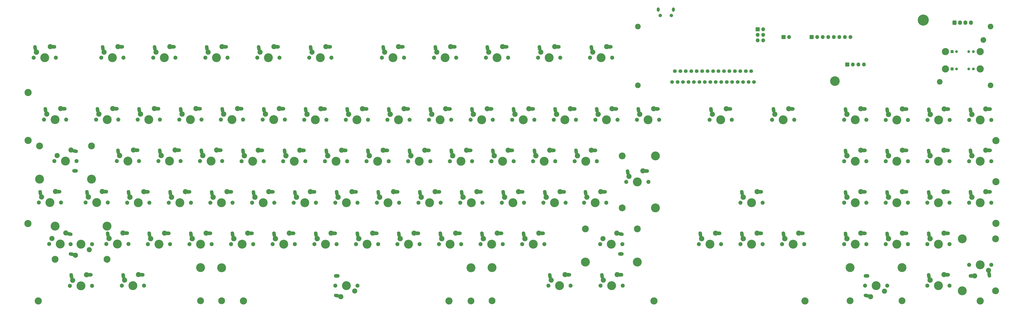
<source format=gbs>
%TF.GenerationSoftware,KiCad,Pcbnew,8.0.5*%
%TF.CreationDate,2025-03-31T08:28:51+02:00*%
%TF.ProjectId,A500KB,41353030-4b42-42e6-9b69-6361645f7063,5a*%
%TF.SameCoordinates,Original*%
%TF.FileFunction,Soldermask,Bot*%
%TF.FilePolarity,Negative*%
%FSLAX46Y46*%
G04 Gerber Fmt 4.6, Leading zero omitted, Abs format (unit mm)*
G04 Created by KiCad (PCBNEW 8.0.5) date 2025-03-31 08:28:51*
%MOMM*%
%LPD*%
G01*
G04 APERTURE LIST*
G04 Aperture macros list*
%AMRoundRect*
0 Rectangle with rounded corners*
0 $1 Rounding radius*
0 $2 $3 $4 $5 $6 $7 $8 $9 X,Y pos of 4 corners*
0 Add a 4 corners polygon primitive as box body*
4,1,4,$2,$3,$4,$5,$6,$7,$8,$9,$2,$3,0*
0 Add four circle primitives for the rounded corners*
1,1,$1+$1,$2,$3*
1,1,$1+$1,$4,$5*
1,1,$1+$1,$6,$7*
1,1,$1+$1,$8,$9*
0 Add four rect primitives between the rounded corners*
20,1,$1+$1,$2,$3,$4,$5,0*
20,1,$1+$1,$4,$5,$6,$7,0*
20,1,$1+$1,$6,$7,$8,$9,0*
20,1,$1+$1,$8,$9,$2,$3,0*%
%AMHorizOval*
0 Thick line with rounded ends*
0 $1 width*
0 $2 $3 position (X,Y) of the first rounded end (center of the circle)*
0 $4 $5 position (X,Y) of the second rounded end (center of the circle)*
0 Add line between two ends*
20,1,$1,$2,$3,$4,$5,0*
0 Add two circle primitives to create the rounded ends*
1,1,$1,$2,$3*
1,1,$1,$4,$5*%
G04 Aperture macros list end*
%ADD10C,1.850000*%
%ADD11C,4.087800*%
%ADD12C,3.148000*%
%ADD13HorizOval,1.624000X0.086824X-0.492404X-0.086824X0.492404X0*%
%ADD14C,2.350000*%
%ADD15O,2.624000X1.624000*%
%ADD16O,2.350000X2.350000*%
%ADD17C,2.450000*%
%ADD18HorizOval,1.624000X0.490814X-0.095404X-0.490814X0.095404X0*%
%ADD19HorizOval,1.624000X-0.490814X0.095404X0.490814X-0.095404X0*%
%ADD20HorizOval,1.624000X-0.086824X0.492404X0.086824X-0.492404X0*%
%ADD21RoundRect,0.050000X-0.850000X-0.850000X0.850000X-0.850000X0.850000X0.850000X-0.850000X0.850000X0*%
%ADD22O,1.800000X1.800000*%
%ADD23RoundRect,0.050000X0.850000X-0.850000X0.850000X0.850000X-0.850000X0.850000X-0.850000X-0.850000X0*%
%ADD24C,3.300000*%
%ADD25C,1.700000*%
%ADD26C,2.600000*%
%ADD27C,4.400000*%
%ADD28O,1.300000X2.000000*%
%ADD29C,1.550000*%
%ADD30C,3.000000*%
%ADD31C,5.100000*%
%ADD32RoundRect,0.264706X-0.635294X-0.760294X0.635294X-0.760294X0.635294X0.760294X-0.635294X0.760294X0*%
%ADD33O,1.800000X2.050000*%
%ADD34RoundRect,0.050000X-0.600000X-0.600000X0.600000X-0.600000X0.600000X0.600000X-0.600000X0.600000X0*%
%ADD35C,1.300000*%
G04 APERTURE END LIST*
D10*
%TO.C,MX70*%
X282556400Y-312826600D03*
D11*
X287636400Y-312826600D03*
D10*
X292716400Y-312826600D03*
D12*
X299967400Y-291359600D03*
X299967400Y-315235600D03*
D10*
X301872400Y-303297600D03*
D11*
X306952400Y-303297600D03*
D10*
X312032400Y-303297600D03*
D11*
X315207400Y-291359600D03*
X315207400Y-315235600D03*
D13*
X302539224Y-298790004D03*
D14*
X303142400Y-300757600D03*
X309492400Y-298217600D03*
D15*
X310952400Y-298297600D03*
D13*
X283223224Y-308319004D03*
D16*
X283826400Y-310286600D03*
D14*
X290176400Y-307746600D03*
D15*
X291636400Y-307826600D03*
%TD*%
D10*
%TO.C,MX1*%
X30378400Y-246227600D03*
D11*
X35458400Y-246227600D03*
D10*
X40538400Y-246227600D03*
D13*
X31045224Y-241720004D03*
D17*
X31648400Y-243687600D03*
D14*
X37998400Y-241147600D03*
D15*
X39458400Y-241227600D03*
%TD*%
D10*
%TO.C,MX2*%
X35153600Y-274675600D03*
D11*
X40233600Y-274675600D03*
D10*
X45313600Y-274675600D03*
D13*
X35820424Y-270168004D03*
D14*
X36423600Y-272135600D03*
X42773600Y-269595600D03*
D15*
X44233600Y-269675600D03*
%TD*%
D10*
%TO.C,MX4*%
X32744800Y-312797200D03*
D11*
X37824800Y-312797200D03*
D10*
X42904800Y-312797200D03*
D13*
X33411624Y-308289604D03*
D14*
X34014800Y-310257200D03*
X40364800Y-307717200D03*
D15*
X41824800Y-307797200D03*
%TD*%
D10*
%TO.C,MX6*%
X47011200Y-350998800D03*
D11*
X52091200Y-350998800D03*
D10*
X57171200Y-350998800D03*
D13*
X47678024Y-346491204D03*
D14*
X48281200Y-348458800D03*
X54631200Y-345918800D03*
D15*
X56091200Y-345998800D03*
%TD*%
D10*
%TO.C,MX8*%
X59029600Y-274675600D03*
D11*
X64109600Y-274675600D03*
D10*
X69189600Y-274675600D03*
D13*
X59696424Y-270168004D03*
D17*
X60299600Y-272135600D03*
D14*
X66649600Y-269595600D03*
D15*
X68109600Y-269675600D03*
%TD*%
D10*
%TO.C,MX10*%
X54182400Y-312797200D03*
D11*
X59262400Y-312797200D03*
D10*
X64342400Y-312797200D03*
D13*
X54849224Y-308289604D03*
D17*
X55452400Y-310257200D03*
D14*
X61802400Y-307717200D03*
D15*
X63262400Y-307797200D03*
%TD*%
D10*
%TO.C,MX12*%
X70815200Y-350977200D03*
D11*
X75895200Y-350977200D03*
D10*
X80975200Y-350977200D03*
D13*
X71482024Y-346469604D03*
D14*
X72085200Y-348437200D03*
X78435200Y-345897200D03*
D15*
X79895200Y-345977200D03*
%TD*%
D10*
%TO.C,MX13*%
X85191600Y-246227600D03*
D11*
X90271600Y-246227600D03*
D10*
X95351600Y-246227600D03*
D13*
X85858424Y-241720004D03*
D14*
X86461600Y-243687600D03*
X92811600Y-241147600D03*
D15*
X94271600Y-241227600D03*
%TD*%
D10*
%TO.C,MX14*%
X78079600Y-274675600D03*
D11*
X83159600Y-274675600D03*
D10*
X88239600Y-274675600D03*
D13*
X78746424Y-270168004D03*
D17*
X79349600Y-272135600D03*
D14*
X85699600Y-269595600D03*
D15*
X87159600Y-269675600D03*
%TD*%
D10*
%TO.C,MX16*%
X73253600Y-312826400D03*
D11*
X78333600Y-312826400D03*
D10*
X83413600Y-312826400D03*
D13*
X73920424Y-308318804D03*
D17*
X74523600Y-310286400D03*
D14*
X80873600Y-307746400D03*
D15*
X82333600Y-307826400D03*
%TD*%
D10*
%TO.C,MX17*%
X82753200Y-331876400D03*
D11*
X87833200Y-331876400D03*
D10*
X92913200Y-331876400D03*
D13*
X83420024Y-327368804D03*
D17*
X84023200Y-329336400D03*
D14*
X90373200Y-326796400D03*
D15*
X91833200Y-326876400D03*
%TD*%
D10*
%TO.C,MX18*%
X109016800Y-246227600D03*
D11*
X114096800Y-246227600D03*
D10*
X119176800Y-246227600D03*
D13*
X109683624Y-241720004D03*
D14*
X110286800Y-243687600D03*
X116636800Y-241147600D03*
D15*
X118096800Y-241227600D03*
%TD*%
D10*
%TO.C,MX19*%
X97129600Y-274675600D03*
D11*
X102209600Y-274675600D03*
D10*
X107289600Y-274675600D03*
D13*
X97796424Y-270168004D03*
D17*
X98399600Y-272135600D03*
D14*
X104749600Y-269595600D03*
D15*
X106209600Y-269675600D03*
%TD*%
D10*
%TO.C,MX20*%
X106578400Y-293751000D03*
D11*
X111658400Y-293751000D03*
D10*
X116738400Y-293751000D03*
D13*
X107245224Y-289243404D03*
D17*
X107848400Y-291211000D03*
D14*
X114198400Y-288671000D03*
D15*
X115658400Y-288751000D03*
%TD*%
D10*
%TO.C,MX21*%
X92303600Y-312826400D03*
D11*
X97383600Y-312826400D03*
D10*
X102463600Y-312826400D03*
D13*
X92970424Y-308318804D03*
D17*
X93573600Y-310286400D03*
D14*
X99923600Y-307746400D03*
D15*
X101383600Y-307826400D03*
%TD*%
D10*
%TO.C,MX22*%
X101803200Y-331876400D03*
D11*
X106883200Y-331876400D03*
D10*
X111963200Y-331876400D03*
D13*
X102470024Y-327368804D03*
D17*
X103073200Y-329336400D03*
D14*
X109423200Y-326796400D03*
D15*
X110883200Y-326876400D03*
%TD*%
D10*
%TO.C,MX23*%
X132842000Y-246227600D03*
D11*
X137922000Y-246227600D03*
D10*
X143002000Y-246227600D03*
D13*
X133508824Y-241720004D03*
D14*
X134112000Y-243687600D03*
X140462000Y-241147600D03*
D15*
X141922000Y-241227600D03*
%TD*%
D10*
%TO.C,MX24*%
X116179600Y-274675600D03*
D11*
X121259600Y-274675600D03*
D10*
X126339600Y-274675600D03*
D13*
X116846424Y-270168004D03*
D17*
X117449600Y-272135600D03*
D14*
X123799600Y-269595600D03*
D15*
X125259600Y-269675600D03*
%TD*%
D10*
%TO.C,MX25*%
X125628400Y-293776400D03*
D11*
X130708400Y-293776400D03*
D10*
X135788400Y-293776400D03*
D13*
X126295224Y-289268804D03*
D17*
X126898400Y-291236400D03*
D14*
X133248400Y-288696400D03*
D15*
X134708400Y-288776400D03*
%TD*%
D10*
%TO.C,MX26*%
X111374800Y-312848000D03*
D11*
X116454800Y-312848000D03*
D10*
X121534800Y-312848000D03*
D13*
X112041624Y-308340404D03*
D17*
X112644800Y-310308000D03*
D14*
X118994800Y-307768000D03*
D15*
X120454800Y-307848000D03*
%TD*%
D10*
%TO.C,MX27*%
X120853200Y-331876400D03*
D11*
X125933200Y-331876400D03*
D10*
X131013200Y-331876400D03*
D13*
X121520024Y-327368804D03*
D17*
X122123200Y-329336400D03*
D14*
X128473200Y-326796400D03*
D15*
X129933200Y-326876400D03*
%TD*%
D10*
%TO.C,MX28*%
X156667200Y-246227600D03*
D11*
X161747200Y-246227600D03*
D10*
X166827200Y-246227600D03*
D13*
X157334024Y-241720004D03*
D14*
X157937200Y-243687600D03*
X164287200Y-241147600D03*
D15*
X165747200Y-241227600D03*
%TD*%
D10*
%TO.C,MX30*%
X144678400Y-293776400D03*
D11*
X149758400Y-293776400D03*
D10*
X154838400Y-293776400D03*
D13*
X145345224Y-289268804D03*
D17*
X145948400Y-291236400D03*
D14*
X152298400Y-288696400D03*
D15*
X153758400Y-288776400D03*
%TD*%
D10*
%TO.C,MX32*%
X139903200Y-331876400D03*
D11*
X144983200Y-331876400D03*
D10*
X150063200Y-331876400D03*
D13*
X140570024Y-327368804D03*
D17*
X141173200Y-329336400D03*
D14*
X147523200Y-326796400D03*
D15*
X148983200Y-326876400D03*
%TD*%
D10*
%TO.C,MX34*%
X189941200Y-246227600D03*
D11*
X195021200Y-246227600D03*
D10*
X200101200Y-246227600D03*
D13*
X190608024Y-241720004D03*
D14*
X191211200Y-243687600D03*
X197561200Y-241147600D03*
D15*
X199021200Y-241227600D03*
%TD*%
D10*
%TO.C,MX35*%
X154330400Y-274726400D03*
D11*
X159410400Y-274726400D03*
D10*
X164490400Y-274726400D03*
D13*
X154997224Y-270218804D03*
D17*
X155600400Y-272186400D03*
D14*
X161950400Y-269646400D03*
D15*
X163410400Y-269726400D03*
%TD*%
D10*
%TO.C,MX37*%
X149483200Y-312848000D03*
D11*
X154563200Y-312848000D03*
D10*
X159643200Y-312848000D03*
D13*
X150150024Y-308340404D03*
D17*
X150753200Y-310308000D03*
D14*
X157103200Y-307768000D03*
D15*
X158563200Y-307848000D03*
%TD*%
D10*
%TO.C,MX38*%
X159004000Y-331876400D03*
D11*
X164084000Y-331876400D03*
D10*
X169164000Y-331876400D03*
D13*
X159670824Y-327368804D03*
D17*
X160274000Y-329336400D03*
D14*
X166624000Y-326796400D03*
D15*
X168084000Y-326876400D03*
%TD*%
D10*
%TO.C,MX39*%
X213766400Y-246227600D03*
D11*
X218846400Y-246227600D03*
D10*
X223926400Y-246227600D03*
D13*
X214433224Y-241720004D03*
D14*
X215036400Y-243687600D03*
X221386400Y-241147600D03*
D15*
X222846400Y-241227600D03*
%TD*%
D10*
%TO.C,MX40*%
X173380400Y-274726400D03*
D11*
X178460400Y-274726400D03*
D10*
X183540400Y-274726400D03*
D13*
X174047224Y-270218804D03*
D17*
X174650400Y-272186400D03*
D14*
X181000400Y-269646400D03*
D15*
X182460400Y-269726400D03*
%TD*%
D10*
%TO.C,MX41*%
X182880000Y-293776400D03*
D11*
X187960000Y-293776400D03*
D10*
X193040000Y-293776400D03*
D13*
X183546824Y-289268804D03*
D17*
X184150000Y-291236400D03*
D14*
X190500000Y-288696400D03*
D15*
X191960000Y-288776400D03*
%TD*%
D10*
%TO.C,MX42*%
X168554400Y-312826400D03*
D11*
X173634400Y-312826400D03*
D10*
X178714400Y-312826400D03*
D13*
X169221224Y-308318804D03*
D17*
X169824400Y-310286400D03*
D14*
X176174400Y-307746400D03*
D15*
X177634400Y-307826400D03*
%TD*%
D10*
%TO.C,MX43*%
X178032800Y-331876400D03*
D11*
X183112800Y-331876400D03*
D10*
X188192800Y-331876400D03*
D13*
X178699624Y-327368804D03*
D17*
X179302800Y-329336400D03*
D14*
X185652800Y-326796400D03*
D15*
X187112800Y-326876400D03*
%TD*%
D10*
%TO.C,MX45*%
X192430400Y-274726400D03*
D11*
X197510400Y-274726400D03*
D10*
X202590400Y-274726400D03*
D13*
X193097224Y-270218804D03*
D17*
X193700400Y-272186400D03*
D14*
X200050400Y-269646400D03*
D15*
X201510400Y-269726400D03*
%TD*%
D10*
%TO.C,MX46*%
X201930000Y-293776400D03*
D11*
X207010000Y-293776400D03*
D10*
X212090000Y-293776400D03*
D13*
X202596824Y-289268804D03*
D17*
X203200000Y-291236400D03*
D14*
X209550000Y-288696400D03*
D15*
X211010000Y-288776400D03*
%TD*%
D10*
%TO.C,MX47*%
X187604400Y-312826400D03*
D11*
X192684400Y-312826400D03*
D10*
X197764400Y-312826400D03*
D13*
X188271224Y-308318804D03*
D17*
X188874400Y-310286400D03*
D14*
X195224400Y-307746400D03*
D15*
X196684400Y-307826400D03*
%TD*%
D10*
%TO.C,MX49*%
X261438000Y-246249200D03*
D11*
X266518000Y-246249200D03*
D10*
X271598000Y-246249200D03*
D13*
X262104824Y-241741604D03*
D14*
X262708000Y-243709200D03*
X269058000Y-241169200D03*
D15*
X270518000Y-241249200D03*
%TD*%
D10*
%TO.C,MX50*%
X211531200Y-274726400D03*
D11*
X216611200Y-274726400D03*
D10*
X221691200Y-274726400D03*
D13*
X212198024Y-270218804D03*
D17*
X212801200Y-272186400D03*
D14*
X219151200Y-269646400D03*
D15*
X220611200Y-269726400D03*
%TD*%
D10*
%TO.C,MX51*%
X221030800Y-293776400D03*
D11*
X226110800Y-293776400D03*
D10*
X231190800Y-293776400D03*
D13*
X221697624Y-289268804D03*
D17*
X222300800Y-291236400D03*
D14*
X228650800Y-288696400D03*
D15*
X230110800Y-288776400D03*
%TD*%
D10*
%TO.C,MX52*%
X206705200Y-312826400D03*
D11*
X211785200Y-312826400D03*
D10*
X216865200Y-312826400D03*
D13*
X207372024Y-308318804D03*
D17*
X207975200Y-310286400D03*
D14*
X214325200Y-307746400D03*
D15*
X215785200Y-307826400D03*
%TD*%
D10*
%TO.C,MX53*%
X216103200Y-331876400D03*
D11*
X221183200Y-331876400D03*
D10*
X226263200Y-331876400D03*
D13*
X216770024Y-327368804D03*
D17*
X217373200Y-329336400D03*
D14*
X223723200Y-326796400D03*
D15*
X225183200Y-326876400D03*
%TD*%
D10*
%TO.C,MX54*%
X285242000Y-246227600D03*
D11*
X290322000Y-246227600D03*
D10*
X295402000Y-246227600D03*
D13*
X285908824Y-241720004D03*
D14*
X286512000Y-243687600D03*
X292862000Y-241147600D03*
D15*
X294322000Y-241227600D03*
%TD*%
D10*
%TO.C,MX55*%
X230581200Y-274726400D03*
D11*
X235661200Y-274726400D03*
D10*
X240741200Y-274726400D03*
D13*
X231248024Y-270218804D03*
D17*
X231851200Y-272186400D03*
D14*
X238201200Y-269646400D03*
D15*
X239661200Y-269726400D03*
%TD*%
D10*
%TO.C,MX56*%
X240080800Y-293776400D03*
D11*
X245160800Y-293776400D03*
D10*
X250240800Y-293776400D03*
D13*
X240747624Y-289268804D03*
D17*
X241350800Y-291236400D03*
D14*
X247700800Y-288696400D03*
D15*
X249160800Y-288776400D03*
%TD*%
D10*
%TO.C,MX57*%
X225806000Y-312826400D03*
D11*
X230886000Y-312826400D03*
D10*
X235966000Y-312826400D03*
D13*
X226472824Y-308318804D03*
D17*
X227076000Y-310286400D03*
D14*
X233426000Y-307746400D03*
D15*
X234886000Y-307826400D03*
%TD*%
D10*
%TO.C,MX58*%
X235153200Y-331876400D03*
D11*
X240233200Y-331876400D03*
D10*
X245313200Y-331876400D03*
D13*
X235820024Y-327368804D03*
D17*
X236423200Y-329336400D03*
D14*
X242773200Y-326796400D03*
D15*
X244233200Y-326876400D03*
%TD*%
D10*
%TO.C,MX59*%
X266221600Y-350948000D03*
D11*
X271301600Y-350948000D03*
D10*
X276381600Y-350948000D03*
D13*
X266888424Y-346440404D03*
D14*
X267491600Y-348408000D03*
X273841600Y-345868000D03*
D15*
X275301600Y-345948000D03*
%TD*%
D10*
%TO.C,MX60*%
X249631200Y-274726400D03*
D11*
X254711200Y-274726400D03*
D10*
X259791200Y-274726400D03*
D13*
X250298024Y-270218804D03*
D17*
X250901200Y-272186400D03*
D14*
X257251200Y-269646400D03*
D15*
X258711200Y-269726400D03*
%TD*%
D10*
%TO.C,MX61*%
X259130800Y-293776400D03*
D11*
X264210800Y-293776400D03*
D10*
X269290800Y-293776400D03*
D13*
X259797624Y-289268804D03*
D17*
X260400800Y-291236400D03*
D14*
X266750800Y-288696400D03*
D15*
X268210800Y-288776400D03*
%TD*%
D10*
%TO.C,MX62*%
X244856000Y-312826400D03*
D11*
X249936000Y-312826400D03*
D10*
X255016000Y-312826400D03*
D13*
X245522824Y-308318804D03*
D17*
X246126000Y-310286400D03*
D14*
X252476000Y-307746400D03*
D15*
X253936000Y-307826400D03*
%TD*%
D10*
%TO.C,MX63*%
X254203200Y-331876400D03*
D11*
X259283200Y-331876400D03*
D10*
X264363200Y-331876400D03*
D13*
X254870024Y-327368804D03*
D17*
X255473200Y-329336400D03*
D14*
X261823200Y-326796400D03*
D15*
X263283200Y-326876400D03*
%TD*%
D10*
%TO.C,MX64*%
X290097600Y-350948000D03*
D11*
X295177600Y-350948000D03*
D10*
X300257600Y-350948000D03*
D13*
X290764424Y-346440404D03*
D14*
X291367600Y-348408000D03*
X297717600Y-345868000D03*
D15*
X299177600Y-345948000D03*
%TD*%
D10*
%TO.C,MX65*%
X268681200Y-274726400D03*
D11*
X273761200Y-274726400D03*
D10*
X278841200Y-274726400D03*
D13*
X269348024Y-270218804D03*
D17*
X269951200Y-272186400D03*
D14*
X276301200Y-269646400D03*
D15*
X277761200Y-269726400D03*
%TD*%
D10*
%TO.C,MX67*%
X263906000Y-312826400D03*
D11*
X268986000Y-312826400D03*
D10*
X274066000Y-312826400D03*
D13*
X264572824Y-308318804D03*
D17*
X265176000Y-310286400D03*
D14*
X271526000Y-307746400D03*
D15*
X272986000Y-307826400D03*
%TD*%
D12*
%TO.C,MX68*%
X283089350Y-324891400D03*
D11*
X283089350Y-340131400D03*
D10*
X289915600Y-331876400D03*
D11*
X294995600Y-331876400D03*
D10*
X300075600Y-331876400D03*
D12*
X306901850Y-324891400D03*
D11*
X306901850Y-340131400D03*
D14*
X291185600Y-329336400D03*
D15*
X299345600Y-336376400D03*
D14*
X297535600Y-326796400D03*
D18*
X299354786Y-327280996D03*
%TD*%
D10*
%TO.C,MX69*%
X287731200Y-274726400D03*
D11*
X292811200Y-274726400D03*
D10*
X297891200Y-274726400D03*
D13*
X288398024Y-270218804D03*
D17*
X289001200Y-272186400D03*
D14*
X295351200Y-269646400D03*
D15*
X296811200Y-269726400D03*
%TD*%
D10*
%TO.C,MX72*%
X306781200Y-274726400D03*
D11*
X311861200Y-274726400D03*
D10*
X316941200Y-274726400D03*
D13*
X307448024Y-270218804D03*
D17*
X308051200Y-272186400D03*
D14*
X314401200Y-269646400D03*
D15*
X315861200Y-269726400D03*
%TD*%
D10*
%TO.C,MX73*%
X340034000Y-274726400D03*
D11*
X345114000Y-274726400D03*
D10*
X350194000Y-274726400D03*
D13*
X340700824Y-270218804D03*
D14*
X341304000Y-272186400D03*
X347654000Y-269646400D03*
D15*
X349114000Y-269726400D03*
%TD*%
D10*
%TO.C,MX74*%
X335076800Y-331876400D03*
D11*
X340156800Y-331876400D03*
D10*
X345236800Y-331876400D03*
D13*
X335743624Y-327368804D03*
D17*
X336346800Y-329336400D03*
D14*
X342696800Y-326796400D03*
D15*
X344156800Y-326876400D03*
%TD*%
D10*
%TO.C,MX75*%
X354126800Y-312826400D03*
D11*
X359206800Y-312826400D03*
D10*
X364286800Y-312826400D03*
D13*
X354793624Y-308318804D03*
D17*
X355396800Y-310286400D03*
D14*
X361746800Y-307746400D03*
D15*
X363206800Y-307826400D03*
%TD*%
D10*
%TO.C,MX76*%
X354156400Y-331876400D03*
D11*
X359236400Y-331876400D03*
D10*
X364316400Y-331876400D03*
D13*
X354823224Y-327368804D03*
D17*
X355426400Y-329336400D03*
D14*
X361776400Y-326796400D03*
D15*
X363236400Y-326876400D03*
%TD*%
D10*
%TO.C,MX77*%
X368634400Y-274726400D03*
D11*
X373714400Y-274726400D03*
D10*
X378794400Y-274726400D03*
D13*
X369301224Y-270218804D03*
D14*
X369904400Y-272186400D03*
X376254400Y-269646400D03*
D15*
X377714400Y-269726400D03*
%TD*%
D10*
%TO.C,MX78*%
X373176800Y-331876400D03*
D11*
X378256800Y-331876400D03*
D10*
X383336800Y-331876400D03*
D13*
X373843624Y-327368804D03*
D17*
X374446800Y-329336400D03*
D14*
X380796800Y-326796400D03*
D15*
X382256800Y-326876400D03*
%TD*%
D10*
%TO.C,MX79*%
X401624800Y-274777200D03*
D11*
X406704800Y-274777200D03*
D10*
X411784800Y-274777200D03*
D13*
X402291624Y-270269604D03*
D17*
X402894800Y-272237200D03*
D14*
X409244800Y-269697200D03*
D15*
X410704800Y-269777200D03*
%TD*%
D10*
%TO.C,MX80*%
X401624800Y-293827200D03*
D11*
X406704800Y-293827200D03*
D10*
X411784800Y-293827200D03*
D13*
X402291624Y-289319604D03*
D17*
X402894800Y-291287200D03*
D14*
X409244800Y-288747200D03*
D15*
X410704800Y-288827200D03*
%TD*%
D10*
%TO.C,MX81*%
X401624800Y-312877200D03*
D11*
X406704800Y-312877200D03*
D10*
X411784800Y-312877200D03*
D13*
X402291624Y-308369604D03*
D17*
X402894800Y-310337200D03*
D14*
X409244800Y-307797200D03*
D15*
X410704800Y-307877200D03*
%TD*%
D10*
%TO.C,MX82*%
X401654400Y-331898000D03*
D11*
X406734400Y-331898000D03*
D10*
X411814400Y-331898000D03*
D13*
X402321224Y-327390404D03*
D17*
X402924400Y-329358000D03*
D14*
X409274400Y-326818000D03*
D15*
X410734400Y-326898000D03*
%TD*%
D12*
%TO.C,MX83*%
X428180500Y-357936800D03*
D11*
X428180500Y-342696800D03*
D10*
X421354250Y-350951800D03*
D11*
X416274250Y-350951800D03*
D10*
X411194250Y-350951800D03*
D12*
X404368000Y-357936800D03*
D11*
X404368000Y-342696800D03*
D14*
X420084250Y-353491800D03*
D15*
X411924250Y-346451800D03*
D14*
X413734250Y-356031800D03*
D19*
X411915064Y-355547204D03*
%TD*%
D10*
%TO.C,MX85*%
X420674800Y-293827200D03*
D11*
X425754800Y-293827200D03*
D10*
X430834800Y-293827200D03*
D13*
X421341624Y-289319604D03*
D17*
X421944800Y-291287200D03*
D14*
X428294800Y-288747200D03*
D15*
X429754800Y-288827200D03*
%TD*%
D10*
%TO.C,MX86*%
X420674800Y-312877200D03*
D11*
X425754800Y-312877200D03*
D10*
X430834800Y-312877200D03*
D13*
X421341624Y-308369604D03*
D17*
X421944800Y-310337200D03*
D14*
X428294800Y-307797200D03*
D15*
X429754800Y-307877200D03*
%TD*%
D10*
%TO.C,MX87*%
X420704400Y-331898000D03*
D11*
X425784400Y-331898000D03*
D10*
X430864400Y-331898000D03*
D13*
X421371224Y-327390404D03*
D17*
X421974400Y-329358000D03*
D14*
X428324400Y-326818000D03*
D15*
X429784400Y-326898000D03*
%TD*%
D10*
%TO.C,MX88*%
X439826400Y-274828000D03*
D11*
X444906400Y-274828000D03*
D10*
X449986400Y-274828000D03*
D13*
X440493224Y-270320404D03*
D17*
X441096400Y-272288000D03*
D14*
X447446400Y-269748000D03*
D15*
X448906400Y-269828000D03*
%TD*%
D10*
%TO.C,MX89*%
X439724800Y-293827200D03*
D11*
X444804800Y-293827200D03*
D10*
X449884800Y-293827200D03*
D13*
X440391624Y-289319604D03*
D17*
X440994800Y-291287200D03*
D14*
X447344800Y-288747200D03*
D15*
X448804800Y-288827200D03*
%TD*%
D10*
%TO.C,MX90*%
X439775600Y-312877200D03*
D11*
X444855600Y-312877200D03*
D10*
X449935600Y-312877200D03*
D13*
X440442424Y-308369604D03*
D17*
X441045600Y-310337200D03*
D14*
X447395600Y-307797200D03*
D15*
X448855600Y-307877200D03*
%TD*%
D10*
%TO.C,MX91*%
X439775600Y-331876400D03*
D11*
X444855600Y-331876400D03*
D10*
X449935600Y-331876400D03*
D13*
X440442424Y-327368804D03*
D17*
X441045600Y-329336400D03*
D14*
X447395600Y-326796400D03*
D15*
X448855600Y-326876400D03*
%TD*%
D10*
%TO.C,MX92*%
X439754400Y-350948000D03*
D11*
X444834400Y-350948000D03*
D10*
X449914400Y-350948000D03*
D13*
X440421224Y-346440404D03*
D17*
X441024400Y-348408000D03*
D14*
X447374400Y-345868000D03*
D15*
X448834400Y-345948000D03*
%TD*%
D10*
%TO.C,MX93*%
X458927200Y-274828000D03*
D11*
X464007200Y-274828000D03*
D10*
X469087200Y-274828000D03*
D13*
X459594024Y-270320404D03*
D17*
X460197200Y-272288000D03*
D14*
X466547200Y-269748000D03*
D15*
X468007200Y-269828000D03*
%TD*%
D10*
%TO.C,MX94*%
X458927200Y-293776400D03*
D11*
X464007200Y-293776400D03*
D10*
X469087200Y-293776400D03*
D13*
X459594024Y-289268804D03*
D17*
X460197200Y-291236400D03*
D14*
X466547200Y-288696400D03*
D15*
X468007200Y-288776400D03*
%TD*%
D10*
%TO.C,MX95*%
X458927200Y-312826400D03*
D11*
X464007200Y-312826400D03*
D10*
X469087200Y-312826400D03*
D13*
X459594024Y-308318804D03*
D17*
X460197200Y-310286400D03*
D14*
X466547200Y-307746400D03*
D15*
X468007200Y-307826400D03*
%TD*%
D12*
%TO.C,MX96*%
X470966800Y-353364800D03*
X470966800Y-329488800D03*
D10*
X469061800Y-341426800D03*
D11*
X463981800Y-341426800D03*
D10*
X458901800Y-341426800D03*
D11*
X455726800Y-353364800D03*
X455726800Y-329488800D03*
D20*
X468144976Y-345934396D03*
D14*
X467791800Y-343966800D03*
X461441800Y-346506800D03*
D15*
X459981800Y-346426800D03*
%TD*%
D10*
%TO.C,MX9*%
X68457200Y-293747200D03*
D11*
X73537200Y-293747200D03*
D10*
X78617200Y-293747200D03*
D13*
X69124024Y-289239604D03*
D17*
X69727200Y-291207200D03*
D14*
X76077200Y-288667200D03*
D15*
X77537200Y-288747200D03*
%TD*%
D10*
%TO.C,MX15*%
X87528400Y-293751000D03*
D11*
X92608400Y-293751000D03*
D10*
X97688400Y-293751000D03*
D13*
X88195224Y-289243404D03*
D17*
X88798400Y-291211000D03*
D14*
X95148400Y-288671000D03*
D15*
X96608400Y-288751000D03*
%TD*%
D10*
%TO.C,MX7*%
X61417200Y-246227600D03*
D11*
X66497200Y-246227600D03*
D10*
X71577200Y-246227600D03*
D13*
X62084024Y-241720004D03*
D14*
X62687200Y-243687600D03*
X69037200Y-241147600D03*
D15*
X70497200Y-241227600D03*
%TD*%
D12*
%TO.C,MX3*%
X33070800Y-286762200D03*
D11*
X33070800Y-302002200D03*
D10*
X39897050Y-293747200D03*
D11*
X44977050Y-293747200D03*
D10*
X50057050Y-293747200D03*
D12*
X56883300Y-286762200D03*
D11*
X56883300Y-302002200D03*
D14*
X41167050Y-291207200D03*
D15*
X49327050Y-298247200D03*
D14*
X47517050Y-288667200D03*
D18*
X49336236Y-289151796D03*
%TD*%
D10*
%TO.C,MX36*%
X163830000Y-293776400D03*
D11*
X168910000Y-293776400D03*
D10*
X173990000Y-293776400D03*
D13*
X164496824Y-289268804D03*
D17*
X165100000Y-291236400D03*
D14*
X171450000Y-288696400D03*
D15*
X172910000Y-288776400D03*
%TD*%
D10*
%TO.C,MX31*%
X130454400Y-312848000D03*
D11*
X135534400Y-312848000D03*
D10*
X140614400Y-312848000D03*
D13*
X131121224Y-308340404D03*
D17*
X131724400Y-310308000D03*
D14*
X138074400Y-307768000D03*
D15*
X139534400Y-307848000D03*
%TD*%
D10*
%TO.C,MX29*%
X135259200Y-274697200D03*
D11*
X140339200Y-274697200D03*
D10*
X145419200Y-274697200D03*
D13*
X135926024Y-270189604D03*
D17*
X136529200Y-272157200D03*
D14*
X142879200Y-269617200D03*
D15*
X144339200Y-269697200D03*
%TD*%
D10*
%TO.C,MX48*%
X197053200Y-331876400D03*
D11*
X202133200Y-331876400D03*
D10*
X207213200Y-331876400D03*
D13*
X197720024Y-327368804D03*
D17*
X198323200Y-329336400D03*
D14*
X204673200Y-326796400D03*
D15*
X206133200Y-326876400D03*
%TD*%
D10*
%TO.C,MX66*%
X278180800Y-293776400D03*
D11*
X283260800Y-293776400D03*
D10*
X288340800Y-293776400D03*
D13*
X278847624Y-289268804D03*
D17*
X279450800Y-291236400D03*
D14*
X285800800Y-288696400D03*
D15*
X287260800Y-288776400D03*
%TD*%
D10*
%TO.C,MX84*%
X420725600Y-274828000D03*
D11*
X425805600Y-274828000D03*
D10*
X430885600Y-274828000D03*
D13*
X421392424Y-270320404D03*
D17*
X421995600Y-272288000D03*
D14*
X428345600Y-269748000D03*
D15*
X429805600Y-269828000D03*
%TD*%
D10*
%TO.C,MX44*%
X237591600Y-246227600D03*
D11*
X242671600Y-246227600D03*
D10*
X247751600Y-246227600D03*
D13*
X238258424Y-241720004D03*
D14*
X238861600Y-243687600D03*
X245211600Y-241147600D03*
D15*
X246671600Y-241227600D03*
%TD*%
D12*
%TO.C,MX33*%
X240384000Y-357936800D03*
D11*
X240384000Y-342696800D03*
D12*
X230709000Y-357951800D03*
D11*
X230709000Y-342751800D03*
D10*
X178689000Y-350951800D03*
D11*
X173609000Y-350951800D03*
D10*
X168529000Y-350951800D03*
D12*
X116534000Y-357936800D03*
D11*
X116534000Y-342746800D03*
D12*
X106834000Y-357936800D03*
D11*
X106834000Y-342696800D03*
D14*
X177469000Y-353441800D03*
D15*
X169259000Y-346451800D03*
D14*
X171069000Y-356031800D03*
D19*
X169249814Y-355547204D03*
%TD*%
D21*
%TO.C,J3*%
X362060000Y-233150000D03*
D22*
X364600000Y-233150000D03*
X362060000Y-235690000D03*
X364600000Y-235690000D03*
X362060000Y-238230000D03*
X364600000Y-238230000D03*
%TD*%
D23*
%TO.C,J4*%
X386720000Y-236750000D03*
D22*
X389260000Y-236750000D03*
X391800000Y-236750000D03*
X394340000Y-236750000D03*
X396880000Y-236750000D03*
X399420000Y-236750000D03*
X401960000Y-236750000D03*
X404500000Y-236750000D03*
%TD*%
D23*
%TO.C,J5*%
X373860000Y-236750000D03*
D22*
X376400000Y-236750000D03*
%TD*%
D24*
%TO.C,H5*%
X27850000Y-284200000D03*
%TD*%
%TO.C,H6*%
X27850000Y-262200000D03*
%TD*%
%TO.C,H7*%
X27800000Y-322400000D03*
%TD*%
%TO.C,H8*%
X314500000Y-358000000D03*
%TD*%
%TO.C,H9*%
X383700000Y-358000000D03*
%TD*%
%TO.C,H10*%
X471200000Y-284300000D03*
%TD*%
%TO.C,H11*%
X471200000Y-303200000D03*
%TD*%
D25*
%TO.C,J1*%
X322850000Y-257400000D03*
X324100000Y-252400000D03*
X325350000Y-257400000D03*
X326600000Y-252400000D03*
X327850000Y-257400000D03*
X329100000Y-252400000D03*
X330350000Y-257400000D03*
X331600000Y-252400000D03*
X332850000Y-257400000D03*
X334100000Y-252400000D03*
X335350000Y-257400000D03*
X336600000Y-252400000D03*
X337850000Y-257400000D03*
X339100000Y-252400000D03*
X340350000Y-257400000D03*
X341600000Y-252400000D03*
X342850000Y-257400000D03*
X344100000Y-252400000D03*
X345350000Y-257400000D03*
X346600000Y-252400000D03*
X347850000Y-257400000D03*
X349100000Y-252400000D03*
X350350000Y-257400000D03*
X351600000Y-252400000D03*
X352850000Y-257400000D03*
X354100000Y-252400000D03*
X355350000Y-257400000D03*
X356600000Y-252400000D03*
X357850000Y-257400000D03*
X359100000Y-252400000D03*
X360350000Y-257400000D03*
%TD*%
D24*
%TO.C,H12*%
X471200000Y-322350000D03*
%TD*%
%TO.C,H13*%
X32500000Y-358000000D03*
%TD*%
%TO.C,H14*%
X463950000Y-358000000D03*
%TD*%
D26*
%TO.C,H15*%
X307200000Y-258950000D03*
%TD*%
%TO.C,H17*%
X468700000Y-258950000D03*
%TD*%
%TO.C,H16*%
X307200000Y-231950000D03*
%TD*%
%TO.C,H18*%
X468700000Y-231950000D03*
%TD*%
D27*
%TO.C,H19*%
X397450000Y-257000000D03*
%TD*%
D24*
%TO.C,H1*%
X463950000Y-251375000D03*
%TD*%
%TO.C,H2*%
X448050000Y-251375000D03*
%TD*%
%TO.C,H4*%
X463950000Y-243400000D03*
%TD*%
D28*
%TO.C,J2*%
X323450000Y-224150000D03*
D29*
X322450000Y-226850000D03*
X317450000Y-226850000D03*
D28*
X316450000Y-224150000D03*
%TD*%
D24*
%TO.C,H20*%
X126450000Y-357950000D03*
%TD*%
%TO.C,H21*%
X220650000Y-357950000D03*
%TD*%
D23*
%TO.C,J6*%
X403100000Y-249350000D03*
D22*
X405640000Y-249350000D03*
X408180000Y-249350000D03*
X410720000Y-249350000D03*
%TD*%
D26*
%TO.C,H22*%
X445390000Y-257340000D03*
%TD*%
%TO.C,H23*%
X465370000Y-238100000D03*
%TD*%
D24*
%TO.C,H3*%
X448050000Y-243400000D03*
%TD*%
D10*
%TO.C,MX5*%
X37493750Y-331845000D03*
D11*
X40187500Y-323610000D03*
D12*
X40187500Y-338850000D03*
D11*
X42573750Y-331845000D03*
D10*
X47333750Y-331865000D03*
D11*
X52093750Y-331865000D03*
D10*
X57173750Y-331865000D03*
X63698750Y-331850000D03*
D11*
X64000000Y-323610000D03*
D12*
X64000000Y-338850000D03*
D11*
X68778750Y-331850000D03*
D10*
X73858750Y-331850000D03*
D14*
X38763750Y-329305000D03*
D18*
X47734564Y-336460404D03*
D14*
X49553750Y-336945000D03*
X45113750Y-326765000D03*
D18*
X46932936Y-327249596D03*
D14*
X55903750Y-334405000D03*
D13*
X64365574Y-327342404D03*
D17*
X64968750Y-329310000D03*
D14*
X71318750Y-326770000D03*
D15*
X72778750Y-326850000D03*
%TD*%
D30*
%TO.C,H24*%
X437889200Y-228981000D03*
D31*
X437889200Y-228981000D03*
%TD*%
D32*
%TO.C,J7*%
X452224000Y-230116500D03*
D33*
X454724000Y-230116500D03*
X457224000Y-230116500D03*
X459724000Y-230116500D03*
%TD*%
D34*
%TO.C,D3*%
X451100000Y-243420000D03*
D35*
X453150000Y-243420000D03*
X458750000Y-243420000D03*
X460800000Y-243420000D03*
%TD*%
D34*
%TO.C,D4*%
X451100000Y-251350000D03*
D35*
X453150000Y-251350000D03*
X458750000Y-251350000D03*
X460800000Y-251350000D03*
%TD*%
M02*

</source>
